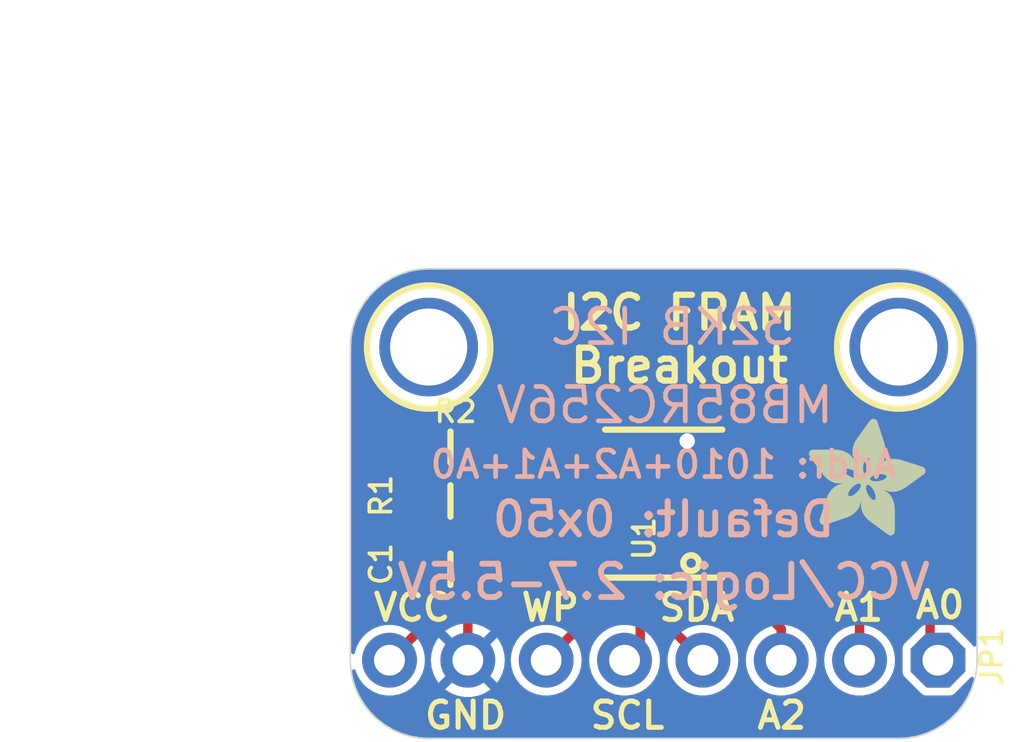
<source format=kicad_pcb>
(kicad_pcb (version 20221018) (generator pcbnew)
  (layers (0 "F.Cu" signal) (31 "B.Cu" signal) (34 "B.Paste" user) (35 "F.Paste" user) (36 "B.SilkS" user "B.Silkscreen") (37 "F.SilkS" user "F.Silkscreen") (38 "B.Mask" user) (39 "F.Mask" user) (44 "Edge.Cuts" user))
  (net 0 "")
  (net 1 "VCC")
  (net 2 "GND")
  (net 3 "SCL")
  (net 4 "SDA")
  (net 5 "WP")
  (net 6 "A0")
  (net 7 "A1")
  (net 8 "A2")
  (footprint "working:FIDUCIAL_1MM" (layer "F.Cu") (at 157.2211 106.3436)
    (fp_text reference "FID2" hide)
    (fp_text value "FIDUCIAL\"\"" hide)
    (pad "1" smd roundrect (at 0 0) (size 1 1) (layers "F.Cu" "F.Mask") (roundrect_rratio 0.5))
  )
  (footprint "working:FIDUCIAL_1MM" (layer "F.Cu") (at 143.6311 101.5276)
    (fp_text reference "FID1" hide)
    (fp_text value "FIDUCIAL\"\"" hide)
    (pad "1" smd roundrect (at 0 0) (size 1 1) (layers "F.Cu" "F.Mask") (roundrect_rratio 0.5))
  )
  (footprint "working:MOUNTINGHOLE_2.5_PLATED" (layer "F.Cu") (at 140.8811 99.9236)
    (fp_text reference "U$5" hide)
    (fp_text value "MOUNTINGHOLE2.5" hide)
    (pad "P$1" thru_hole circle (at 0 0) (size 3.2 3.2) (drill 2.5) (layers "*.Cu" "*.Mask"))
    (zone (net 0) (net_name "") (layer "B.Cu") (connect_pads (clearance 0)) (min_thickness 0.25)
      (keepout (tracks not_allowed) (vias not_allowed) (pads not_allowed) (copperpour not_allowed) (footprints allowed))
      (fill (thermal_gap 0.5) (thermal_bridge_width 0.5))
      (polygon (pts (xy 142.8971 99.9236) (xy 142.87748 99.643027) (xy 142.819004 99.367915) (xy 142.722808 99.103619) (xy 142.590765 98.855283) (xy 142.425446 98.62774) (xy 142.230067 98.42542) (xy 142.008433 98.25226) (xy 141.764856 98.111631) (xy 141.504078 98.00627) (xy 141.231175 97.938228) (xy 140.951457 97.908828) (xy 140.670371 97.918644) (xy 140.393385 97.967484) (xy 140.125893 98.054397) (xy 139.8731 98.177693) (xy 139.639926 98.33497) (xy 139.430911 98.523169) (xy 139.250122 98.738625) (xy 139.101078 98.977145) (xy 138.98668 99.234087) (xy 138.909154 99.50445) (xy 138.870011 99.782971) (xy 138.870011 100.064229) (xy 138.909154 100.34275) (xy 138.98668 100.613113) (xy 139.101078 100.870055) (xy 139.250122 101.108575) (xy 139.430911 101.324031) (xy 139.639926 101.51223) (xy 139.8731 101.669507) (xy 140.125893 101.792803) (xy 140.393385 101.879716) (xy 140.670371 101.928556) (xy 140.951457 101.938372) (xy 141.231175 101.908972) (xy 141.504078 101.84093) (xy 141.764856 101.735569) (xy 142.008433 101.59494) (xy 142.230067 101.42178) (xy 142.425446 101.21946) (xy 142.590765 100.991917) (xy 142.722808 100.743581) (xy 142.819004 100.479285) (xy 142.87748 100.204173)))
      (polygon (pts (xy 140.8651 99.9236) (xy 140.869786 99.934914) (xy 140.8811 99.9396) (xy 140.892414 99.934914) (xy 140.8971 99.9236) (xy 140.892414 99.912286) (xy 140.8811 99.9076) (xy 140.869786 99.912286)))
    )
  )
  (footprint "working:_0805MP" (layer "F.Cu") (at 141.5871 107.1316)
    (fp_text reference "C1" (at -2.2525 0.5875 90) (layer "F.SilkS") (effects (font (size 0.692831 0.692831) (thickness 0.119969)) (justify left)))
    (fp_text value "10uF")
    (pad "1" smd rect (at -1.016 0) (size 1.2 1.3) (layers "F.Cu" "F.Paste" "F.Mask") (net 1 "VCC"))
    (pad "2" smd rect (at 1.016 0) (size 1.2 1.3) (layers "F.Cu" "F.Paste" "F.Mask") (net 2 "GND"))
  )
  (footprint "working:1X08_ROUND_70" (layer "F.Cu") (at 148.5011 110.0836 180)
    (fp_text reference "JP1" (at -10.6288 1.1362 90) (layer "F.SilkS") (effects (font (size 0.692831 0.692831) (thickness 0.119969)) (justify right)))
    (fp_text value "")
    (pad "1" thru_hole roundrect (at -8.89 0 270) (size 1.778 1.778) (drill 1) (layers "*.Cu" "*.Mask") (chamfer_ratio 0.2928932188) (chamfer top_left top_right bottom_left bottom_right) (net 6 "A0"))
    (pad "2" thru_hole circle (at -6.35 0 270) (size 1.778 1.778) (drill 1) (layers "*.Cu" "*.Mask") (net 7 "A1"))
    (pad "3" thru_hole circle (at -3.81 0 270) (size 1.778 1.778) (drill 1) (layers "*.Cu" "*.Mask") (net 8 "A2"))
    (pad "4" thru_hole circle (at -1.27 0 270) (size 1.778 1.778) (drill 1) (layers "*.Cu" "*.Mask") (net 4 "SDA"))
    (pad "5" thru_hole circle (at 1.27 0 270) (size 1.778 1.778) (drill 1) (layers "*.Cu" "*.Mask") (net 3 "SCL"))
    (pad "6" thru_hole circle (at 3.81 0 270) (size 1.778 1.778) (drill 1) (layers "*.Cu" "*.Mask") (net 5 "WP"))
    (pad "7" thru_hole circle (at 6.35 0 270) (size 1.778 1.778) (drill 1) (layers "*.Cu" "*.Mask") (net 2 "GND"))
    (pad "8" thru_hole circle (at 8.89 0 270) (size 1.778 1.778) (drill 1) (layers "*.Cu" "*.Mask") (net 1 "VCC"))
  )
  (footprint "working:_0805MP" (layer "F.Cu") (at 141.5871 103.1716 180)
    (fp_text reference "R2" (at 0.5875 1.1525) (layer "F.SilkS") (effects (font (size 0.692831 0.692831) (thickness 0.119969)) (justify left)))
    (fp_text value "10K")
    (pad "1" smd rect (at -1.016 0 180) (size 1.2 1.3) (layers "F.Cu" "F.Paste" "F.Mask") (net 4 "SDA"))
    (pad "2" smd rect (at 1.016 0 180) (size 1.2 1.3) (layers "F.Cu" "F.Paste" "F.Mask") (net 1 "VCC"))
  )
  (footprint "working:MOUNTINGHOLE_2.5_PLATED" (layer "F.Cu") (at 156.1211 99.9236)
    (fp_text reference "U$6" hide)
    (fp_text value "MOUNTINGHOLE2.5" hide)
    (pad "P$1" thru_hole circle (at 0 0) (size 3.2 3.2) (drill 2.5) (layers "*.Cu" "*.Mask"))
    (zone (net 0) (net_name "") (layer "B.Cu") (connect_pads (clearance 0)) (min_thickness 0.25)
      (keepout (tracks not_allowed) (vias not_allowed) (pads not_allowed) (copperpour not_allowed) (footprints allowed))
      (fill (thermal_gap 0.5) (thermal_bridge_width 0.5))
      (polygon (pts (xy 158.1371 99.9236) (xy 158.11748 99.643027) (xy 158.059004 99.367915) (xy 157.962808 99.103619) (xy 157.830765 98.855283) (xy 157.665446 98.62774) (xy 157.470067 98.42542) (xy 157.248433 98.25226) (xy 157.004856 98.111631) (xy 156.744078 98.00627) (xy 156.471175 97.938228) (xy 156.191457 97.908828) (xy 155.910371 97.918644) (xy 155.633385 97.967484) (xy 155.365893 98.054397) (xy 155.1131 98.177693) (xy 154.879926 98.33497) (xy 154.670911 98.523169) (xy 154.490122 98.738625) (xy 154.341078 98.977145) (xy 154.22668 99.234087) (xy 154.149154 99.50445) (xy 154.110011 99.782971) (xy 154.110011 100.064229) (xy 154.149154 100.34275) (xy 154.22668 100.613113) (xy 154.341078 100.870055) (xy 154.490122 101.108575) (xy 154.670911 101.324031) (xy 154.879926 101.51223) (xy 155.1131 101.669507) (xy 155.365893 101.792803) (xy 155.633385 101.879716) (xy 155.910371 101.928556) (xy 156.191457 101.938372) (xy 156.471175 101.908972) (xy 156.744078 101.84093) (xy 157.004856 101.735569) (xy 157.248433 101.59494) (xy 157.470067 101.42178) (xy 157.665446 101.21946) (xy 157.830765 100.991917) (xy 157.962808 100.743581) (xy 158.059004 100.479285) (xy 158.11748 100.204173)))
      (polygon (pts (xy 156.1051 99.9236) (xy 156.109786 99.934914) (xy 156.1211 99.9396) (xy 156.132414 99.934914) (xy 156.1371 99.9236) (xy 156.132414 99.912286) (xy 156.1211 99.9076) (xy 156.109786 99.912286)))
    )
  )
  (footprint "working:_0805MP" (layer "F.Cu") (at 141.5871 104.9176 180)
    (fp_text reference "R1" (at 2.2525 -0.5875 90) (layer "F.SilkS") (effects (font (size 0.692831 0.692831) (thickness 0.119969)) (justify left)))
    (fp_text value "10K")
    (pad "1" smd rect (at -1.016 0 180) (size 1.2 1.3) (layers "F.Cu" "F.Paste" "F.Mask") (net 3 "SCL"))
    (pad "2" smd rect (at 1.016 0 180) (size 1.2 1.3) (layers "F.Cu" "F.Paste" "F.Mask") (net 1 "VCC"))
  )
  (footprint "working:ADAFRUIT_3.5MM" (layer "F.Cu") (at 153.1911 106.0496)
    (fp_text reference "U$4" hide)
    (fp_text value "" hide)
  )
  (footprint "working:SOIC8_208MIL" (layer "F.Cu") (at 148.5011 105.0036 90)
    (fp_text reference "U1" (at -1.905 -0.635 90) (layer "F.SilkS") (effects (font (size 0.692831 0.692831) (thickness 0.119969)) (justify left)))
    (fp_text value "MB85RC256VPF-G-JNERE2")
    (pad "1" smd rect (at -1.905 3.315 90) (size 0.6 2.2) (layers "F.Cu" "F.Paste" "F.Mask") (net 6 "A0"))
    (pad "2" smd rect (at -0.635 3.315 90) (size 0.6 2.2) (layers "F.Cu" "F.Paste" "F.Mask") (net 7 "A1"))
    (pad "3" smd rect (at 0.635 3.315 90) (size 0.6 2.2) (layers "F.Cu" "F.Paste" "F.Mask") (net 8 "A2"))
    (pad "4" smd rect (at 1.905 3.315 90) (size 0.6 2.2) (layers "F.Cu" "F.Paste" "F.Mask") (net 2 "GND"))
    (pad "5" smd rect (at 1.905 -3.315 90) (size 0.6 2.2) (layers "F.Cu" "F.Paste" "F.Mask") (net 4 "SDA"))
    (pad "6" smd rect (at 0.635 -3.315 90) (size 0.6 2.2) (layers "F.Cu" "F.Paste" "F.Mask") (net 3 "SCL"))
    (pad "7" smd rect (at -0.635 -3.315 90) (size 0.6 2.2) (layers "F.Cu" "F.Paste" "F.Mask") (net 5 "WP"))
    (pad "8" smd rect (at -1.905 -3.315 90) (size 0.6 2.2) (layers "F.Cu" "F.Paste" "F.Mask") (net 1 "VCC"))
  )
  (gr_line (start 156.1211 97.3836) (end 140.8811 97.3836) (stroke (width 0.05)) (layer "Edge.Cuts"))
  (gr_arc (start 158.6611 110.0836) (mid 157.917151 111.879651) (end 156.1211 112.6236) (stroke (width 0.05)) (layer "Edge.Cuts"))
  (gr_arc (start 138.3411 99.9236) (mid 139.085049 98.127549) (end 140.8811 97.3836) (stroke (width 0.05)) (layer "Edge.Cuts"))
  (gr_arc (start 140.8811 112.6236) (mid 139.085049 111.879651) (end 138.3411 110.0836) (stroke (width 0.05)) (layer "Edge.Cuts"))
  (gr_line (start 158.6611 110.0836) (end 158.6611 99.9236) (stroke (width 0.05)) (layer "Edge.Cuts"))
  (gr_line (start 138.3411 99.9236) (end 138.3411 110.0836) (stroke (width 0.05)) (layer "Edge.Cuts"))
  (gr_line (start 140.8811 112.6236) (end 156.1211 112.6236) (stroke (width 0.05)) (layer "Edge.Cuts"))
  (gr_arc (start 156.1211 97.3836) (mid 157.917151 98.127549) (end 158.6611 99.9236) (stroke (width 0.05)) (layer "Edge.Cuts"))
  (gr_text "32KB I2C" (at 152.8191 99.9236) (layer "B.SilkS") (effects (font (size 1.1176 1.1176) (thickness 0.1524)) (justify left bottom mirror)))
  (gr_text "Default: 0x50" (at 148.5011 105.5116) (layer "B.SilkS") (effects (font (size 1.0795 1.0795) (thickness 0.1905)) (justify mirror)))
  (gr_text "Addr: 1010+A2+A1+A0" (at 148.5011 103.7336) (layer "B.SilkS") (effects (font (size 0.8636 0.8636) (thickness 0.1524)) (justify mirror)))
  (gr_text "VCC/Logic: 2.7-5.5V" (at 148.5011 107.5436) (layer "B.SilkS") (effects (font (size 1.0795 1.0795) (thickness 0.1905)) (justify mirror)))
  (gr_text "MB85RC256V" (at 154.0891 102.4636) (layer "B.SilkS") (effects (font (size 1.1176 1.1176) (thickness 0.1524)) (justify left bottom mirror)))
  (gr_text "SCL" (at 147.3251 111.8736) (layer "F.SilkS") (effects (font (size 0.85344 0.85344) (thickness 0.16256))))
  (gr_text "A2" (at 152.3291 111.8736) (layer "F.SilkS") (effects (font (size 0.85344 0.85344) (thickness 0.16256))))
  (gr_text "SDA" (at 149.5751 108.3736) (layer "F.SilkS") (effects (font (size 0.85344 0.85344) (thickness 0.16256))))
  (gr_text "I2C FRAM\nBreakout" (at 149.0091 99.6696) (layer "F.SilkS") (effects (font (size 1.0668 1.0668) (thickness 0.2032))))
  (gr_text "A1" (at 154.8251 108.3736) (layer "F.SilkS") (effects (font (size 0.85344 0.85344) (thickness 0.16256))))
  (gr_text "WP" (at 144.8251 108.3736) (layer "F.SilkS") (effects (font (size 0.85344 0.85344) (thickness 0.16256))))
  (gr_text "GND" (at 142.0791 111.8736) (layer "F.SilkS") (effects (font (size 0.85344 0.85344) (thickness 0.16256))))
  (gr_text "A0" (at 157.4571 108.2936) (layer "F.SilkS") (effects (font (size 0.85344 0.85344) (thickness 0.16256))))
  (gr_text "VCC" (at 140.3411 108.3736) (layer "F.SilkS") (effects (font (size 0.85344 0.85344) (thickness 0.16256))))
  (segment (start 143.4211 106.0196) (end 140.5711 106.0196) (width 0.3048) (layer "F.Cu") (net 1))
  (segment (start 140.5711 109.1236) (end 140.5711 107.1316) (width 0.3048) (layer "F.Cu") (net 1))
  (segment (start 140.5711 106.0196) (end 140.5711 107.1316) (width 0.3048) (layer "F.Cu") (net 1))
  (segment (start 145.1861 106.9086) (end 144.3101 106.9086) (width 0.3048) (layer "F.Cu") (net 1))
  (segment (start 144.3101 106.9086) (end 143.4211 106.0196) (width 0.3048) (layer "F.Cu") (net 1))
  (segment (start 140.5711 103.1716) (end 140.5711 104.9176) (width 0.3048) (layer "F.Cu") (net 1))
  (segment (start 140.5711 104.9176) (end 140.5711 106.0196) (width 0.3048) (layer "F.Cu") (net 1))
  (segment (start 139.6111 110.0836) (end 140.5711 109.1236) (width 0.3048) (layer "F.Cu") (net 1))
  (segment (start 142.1511 107.5836) (end 142.1511 110.0836) (width 0.3048) (layer "F.Cu") (net 2))
  (segment (start 142.6031 107.1316) (end 142.1511 107.5836) (width 0.3048) (layer "F.Cu") (net 2))
  (segment (start 149.3901 103.0986) (end 149.2631 102.9716) (width 0.3048) (layer "F.Cu") (net 2))
  (segment (start 151.8161 103.0986) (end 149.3901 103.0986) (width 0.3048) (layer "F.Cu") (net 2))
  (via (at 149.2631 102.9716) (size 0.9064) (drill 0.5) (layers "F.Cu" "B.Cu") (net 2))
  (segment (start 149.2631 102.9716) (end 148.7551 102.9716) (width 0.3048) (layer "B.Cu") (net 2))
  (segment (start 143.2531 105.1716) (end 144.0561 104.3686) (width 0.3048) (layer "F.Cu") (net 3))
  (segment (start 145.3131 104.4956) (end 145.1861 104.3686) (width 0.3048) (layer "F.Cu") (net 3))
  (segment (start 147.2311 110.0836) (end 147.7391 109.5756) (width 0.3048) (layer "F.Cu") (net 3))
  (segment (start 142.6031 104.9176) (end 143.2531 105.1716) (width 0.3048) (layer "F.Cu") (net 3))
  (segment (start 147.7391 105.5116) (end 146.7231 104.4956) (width 0.3048) (layer "F.Cu") (net 3))
  (segment (start 147.7391 109.5756) (end 147.7391 105.5116) (width 0.3048) (layer "F.Cu") (net 3))
  (segment (start 144.0561 104.3686) (end 145.1861 104.3686) (width 0.3048) (layer "F.Cu") (net 3))
  (segment (start 146.7231 104.4956) (end 145.3131 104.4956) (width 0.3048) (layer "F.Cu") (net 3))
  (segment (start 149.7711 110.0836) (end 148.5011 108.8136) (width 0.3048) (layer "F.Cu") (net 4))
  (segment (start 142.6031 103.1716) (end 142.6031 103.0986) (width 0.3048) (layer "F.Cu") (net 4))
  (segment (start 142.6031 103.0986) (end 145.1861 103.0986) (width 0.3048) (layer "F.Cu") (net 4))
  (segment (start 148.5011 108.8136) (end 148.5011 104.7496) (width 0.3048) (layer "F.Cu") (net 4))
  (segment (start 148.5011 104.7496) (end 146.8501 103.0986) (width 0.3048) (layer "F.Cu") (net 4))
  (segment (start 146.8501 103.0986) (end 145.1861 103.0986) (width 0.3048) (layer "F.Cu") (net 4))
  (segment (start 144.6911 110.0836) (end 147.2311 107.5436) (width 0.3048) (layer "F.Cu") (net 5))
  (segment (start 146.5961 105.6386) (end 145.1861 105.6386) (width 0.3048) (layer "F.Cu") (net 5))
  (segment (start 147.2311 106.2736) (end 146.5961 105.6386) (width 0.3048) (layer "F.Cu") (net 5))
  (segment (start 147.2311 107.5436) (end 147.2311 106.2736) (width 0.3048) (layer "F.Cu") (net 5))
  (segment (start 155.7401 106.9086) (end 157.1371 108.3056) (width 0.3048) (layer "F.Cu") (net 6))
  (segment (start 151.8161 106.9086) (end 155.7401 106.9086) (width 0.3048) (layer "F.Cu") (net 6))
  (segment (start 157.1371 108.3056) (end 157.1371 109.8296) (width 0.3048) (layer "F.Cu") (net 6))
  (segment (start 157.1371 109.8296) (end 157.3911 110.0836) (width 0.3048) (layer "F.Cu") (net 6))
  (segment (start 150.6601 105.6386) (end 150.0251 106.2736) (width 0.3048) (layer "F.Cu") (net 7))
  (segment (start 151.8161 105.6386) (end 150.6601 105.6386) (width 0.3048) (layer "F.Cu") (net 7))
  (segment (start 150.0251 106.2736) (end 150.0251 107.2896) (width 0.3048) (layer "F.Cu") (net 7))
  (segment (start 154.8511 108.5596) (end 154.8511 110.0836) (width 0.3048) (layer "F.Cu") (net 7))
  (segment (start 150.5331 107.7976) (end 154.0891 107.7976) (width 0.3048) (layer "F.Cu") (net 7))
  (segment (start 150.0251 107.2896) (end 150.5331 107.7976) (width 0.3048) (layer "F.Cu") (net 7))
  (segment (start 154.0891 107.7976) (end 154.8511 108.5596) (width 0.3048) (layer "F.Cu") (net 7))
  (segment (start 152.3111 109.0676) (end 152.3111 110.0836) (width 0.3048) (layer "F.Cu") (net 8))
  (segment (start 151.8161 104.3686) (end 151.1681 104.3686) (width 0.3048) (layer "F.Cu") (net 8))
  (segment (start 149.7711 108.3056) (end 151.5491 108.3056) (width 0.3048) (layer "F.Cu") (net 8))
  (segment (start 151.5491 108.3056) (end 152.3111 109.0676) (width 0.3048) (layer "F.Cu") (net 8))
  (segment (start 149.2631 106.2736) (end 149.2631 107.7976) (width 0.3048) (layer "F.Cu") (net 8))
  (segment (start 149.2631 107.7976) (end 149.7711 108.3056) (width 0.3048) (layer "F.Cu") (net 8))
  (segment (start 151.1681 104.3686) (end 149.2631 106.2736) (width 0.3048) (layer "F.Cu") (net 8))
  (zone (net 2) (net_name "GND") (layer "B.Cu") (priority 6) (connect_pads (clearance 0.254)) (min_thickness 0.127) (fill yes (thermal_gap 0.304) (thermal_bridge_width 0.304))
    (polygon (pts (xy 158.6741 112.7506) (xy 138.2141 112.7506) (xy 138.2141 96.2266) (xy 158.6741 96.2266)))
  )
)
</source>
